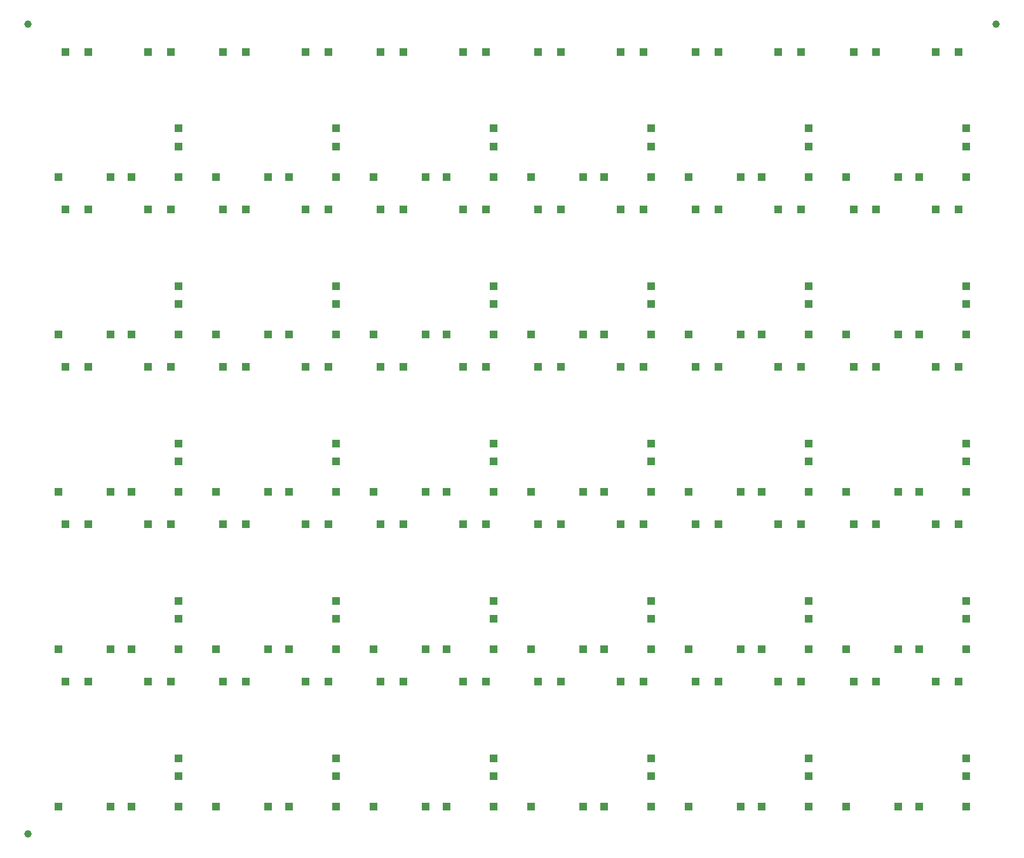
<source format=gbr>
%TF.GenerationSoftware,KiCad,Pcbnew,(6.0.8)*%
%TF.CreationDate,2022-11-05T12:28:45+05:30*%
%TF.ProjectId,panelized,70616e65-6c69-47a6-9564-2e6b69636164,rev?*%
%TF.SameCoordinates,Original*%
%TF.FileFunction,Soldermask,Bot*%
%TF.FilePolarity,Negative*%
%FSLAX46Y46*%
G04 Gerber Fmt 4.6, Leading zero omitted, Abs format (unit mm)*
G04 Created by KiCad (PCBNEW (6.0.8)) date 2022-11-05 12:28:45*
%MOMM*%
%LPD*%
G01*
G04 APERTURE LIST*
%ADD10C,1.000000*%
%ADD11R,1.000000X1.000000*%
G04 APERTURE END LIST*
D10*
%TO.C,REF\u002A\u002A*%
X17000000Y-17000000D03*
%TD*%
%TO.C,REF\u002A\u002A*%
X146000000Y-17000000D03*
%TD*%
%TO.C,REF\u002A\u002A*%
X17000000Y-125000000D03*
%TD*%
D11*
%TO.C,GND*%
X121000000Y-96290000D03*
%TD*%
%TO.C,+*%
X127000000Y-20660000D03*
%TD*%
%TO.C,+5V*%
X142000000Y-30900000D03*
%TD*%
%TO.C,GND*%
X37000000Y-75290000D03*
%TD*%
%TO.C,-*%
X67000000Y-104660000D03*
%TD*%
%TO.C,-*%
X75000000Y-83660000D03*
%TD*%
%TO.C,+*%
X57000000Y-20660000D03*
%TD*%
%TO.C,L*%
X42000000Y-100350000D03*
%TD*%
%TO.C,-*%
X96000000Y-41660000D03*
%TD*%
%TO.C,SHDN*%
X30750000Y-79350000D03*
%TD*%
%TO.C,-*%
X46000000Y-62660000D03*
%TD*%
%TO.C,MUTE*%
X49000000Y-121350000D03*
%TD*%
%TO.C,R*%
X142000000Y-58340000D03*
%TD*%
%TO.C,+*%
X106000000Y-41660000D03*
%TD*%
%TO.C,+*%
X141000000Y-83660000D03*
%TD*%
%TO.C,+5V*%
X121000000Y-114900000D03*
%TD*%
%TO.C,-*%
X117000000Y-104660000D03*
%TD*%
%TO.C,MUTE*%
X112000000Y-100350000D03*
%TD*%
%TO.C,-*%
X88000000Y-83660000D03*
%TD*%
%TO.C,+*%
X78000000Y-83660000D03*
%TD*%
%TO.C,+5V*%
X37000000Y-114900000D03*
%TD*%
%TO.C,MUTE*%
X133000000Y-79350000D03*
%TD*%
%TO.C,L*%
X126000000Y-79350000D03*
%TD*%
%TO.C,+*%
X64000000Y-62660000D03*
%TD*%
%TO.C,+5V*%
X79000000Y-72900000D03*
%TD*%
%TO.C,MUTE*%
X112000000Y-58350000D03*
%TD*%
%TO.C,SHDN*%
X72750000Y-37350000D03*
%TD*%
%TO.C,+*%
X127000000Y-62660000D03*
%TD*%
%TO.C,SHDN*%
X51750000Y-58350000D03*
%TD*%
%TO.C,GND*%
X79000000Y-117290000D03*
%TD*%
%TO.C,MUTE*%
X133000000Y-37350000D03*
%TD*%
%TO.C,SHDN*%
X30750000Y-37350000D03*
%TD*%
%TO.C,GND*%
X37000000Y-96290000D03*
%TD*%
%TO.C,+*%
X120000000Y-41660000D03*
%TD*%
%TO.C,+*%
X57000000Y-62660000D03*
%TD*%
%TO.C,MUTE*%
X49000000Y-79350000D03*
%TD*%
%TO.C,-*%
X33000000Y-41660000D03*
%TD*%
%TO.C,-*%
X117000000Y-20660000D03*
%TD*%
%TO.C,+*%
X36000000Y-20660000D03*
%TD*%
%TO.C,MUTE*%
X70000000Y-37350000D03*
%TD*%
%TO.C,GND*%
X58000000Y-75290000D03*
%TD*%
%TO.C,L*%
X105000000Y-79350000D03*
%TD*%
%TO.C,+*%
X64000000Y-41660000D03*
%TD*%
%TO.C,-*%
X130000000Y-20660000D03*
%TD*%
%TO.C,R*%
X100000000Y-79340000D03*
%TD*%
%TO.C,-*%
X96000000Y-104660000D03*
%TD*%
%TO.C,+*%
X64000000Y-20660000D03*
%TD*%
%TO.C,L*%
X84000000Y-79350000D03*
%TD*%
%TO.C,-*%
X75000000Y-20660000D03*
%TD*%
%TO.C,L*%
X42000000Y-121350000D03*
%TD*%
%TO.C,SHDN*%
X93750000Y-121350000D03*
%TD*%
%TO.C,MUTE*%
X70000000Y-100350000D03*
%TD*%
%TO.C,SHDN*%
X114750000Y-58350000D03*
%TD*%
%TO.C,+*%
X106000000Y-62660000D03*
%TD*%
%TO.C,MUTE*%
X49000000Y-37350000D03*
%TD*%
%TO.C,GND*%
X58000000Y-96290000D03*
%TD*%
%TO.C,-*%
X54000000Y-104660000D03*
%TD*%
%TO.C,R*%
X142000000Y-100340000D03*
%TD*%
%TO.C,+5V*%
X58000000Y-93900000D03*
%TD*%
%TO.C,+*%
X22000000Y-20660000D03*
%TD*%
%TO.C,-*%
X130000000Y-41660000D03*
%TD*%
%TO.C,+*%
X127000000Y-83660000D03*
%TD*%
%TO.C,R*%
X100000000Y-58340000D03*
%TD*%
%TO.C,+*%
X43000000Y-20660000D03*
%TD*%
%TO.C,+5V*%
X100000000Y-93900000D03*
%TD*%
%TO.C,+*%
X43000000Y-104660000D03*
%TD*%
%TO.C,GND*%
X37000000Y-33290000D03*
%TD*%
%TO.C,L*%
X126000000Y-58350000D03*
%TD*%
%TO.C,-*%
X109000000Y-20660000D03*
%TD*%
%TO.C,L*%
X105000000Y-58350000D03*
%TD*%
%TO.C,-*%
X67000000Y-62660000D03*
%TD*%
%TO.C,-*%
X54000000Y-62660000D03*
%TD*%
%TO.C,L*%
X84000000Y-100350000D03*
%TD*%
%TO.C,-*%
X130000000Y-62660000D03*
%TD*%
%TO.C,GND*%
X58000000Y-33290000D03*
%TD*%
%TO.C,-*%
X109000000Y-83660000D03*
%TD*%
%TO.C,R*%
X121000000Y-100340000D03*
%TD*%
%TO.C,R*%
X121000000Y-37340000D03*
%TD*%
%TO.C,R*%
X79000000Y-37340000D03*
%TD*%
%TO.C,+*%
X85000000Y-83660000D03*
%TD*%
%TO.C,+*%
X99000000Y-62660000D03*
%TD*%
%TO.C,+*%
X22000000Y-104660000D03*
%TD*%
%TO.C,-*%
X88000000Y-62660000D03*
%TD*%
%TO.C,+*%
X43000000Y-41660000D03*
%TD*%
%TO.C,L*%
X84000000Y-58350000D03*
%TD*%
%TO.C,+5V*%
X79000000Y-51900000D03*
%TD*%
%TO.C,R*%
X142000000Y-121340000D03*
%TD*%
%TO.C,-*%
X75000000Y-104660000D03*
%TD*%
%TO.C,MUTE*%
X28000000Y-58350000D03*
%TD*%
%TO.C,-*%
X25000000Y-62660000D03*
%TD*%
%TO.C,L*%
X21000000Y-121350000D03*
%TD*%
%TO.C,R*%
X79000000Y-100340000D03*
%TD*%
%TO.C,L*%
X105000000Y-121350000D03*
%TD*%
%TO.C,GND*%
X100000000Y-54290000D03*
%TD*%
%TO.C,+5V*%
X37000000Y-30900000D03*
%TD*%
%TO.C,SHDN*%
X93750000Y-58350000D03*
%TD*%
%TO.C,R*%
X58000000Y-37340000D03*
%TD*%
%TO.C,GND*%
X100000000Y-117290000D03*
%TD*%
%TO.C,R*%
X58000000Y-121340000D03*
%TD*%
%TO.C,+*%
X141000000Y-41660000D03*
%TD*%
%TO.C,+*%
X22000000Y-62660000D03*
%TD*%
%TO.C,+*%
X57000000Y-41660000D03*
%TD*%
%TO.C,L*%
X63000000Y-121350000D03*
%TD*%
%TO.C,+*%
X120000000Y-83660000D03*
%TD*%
%TO.C,R*%
X100000000Y-37340000D03*
%TD*%
%TO.C,-*%
X25000000Y-104660000D03*
%TD*%
%TO.C,MUTE*%
X112000000Y-121350000D03*
%TD*%
%TO.C,L*%
X42000000Y-79350000D03*
%TD*%
%TO.C,R*%
X100000000Y-100340000D03*
%TD*%
%TO.C,SHDN*%
X114750000Y-79350000D03*
%TD*%
%TO.C,+*%
X127000000Y-41660000D03*
%TD*%
%TO.C,MUTE*%
X91000000Y-79350000D03*
%TD*%
%TO.C,-*%
X67000000Y-20660000D03*
%TD*%
%TO.C,MUTE*%
X28000000Y-121350000D03*
%TD*%
%TO.C,GND*%
X58000000Y-117290000D03*
%TD*%
%TO.C,-*%
X117000000Y-62660000D03*
%TD*%
%TO.C,R*%
X37000000Y-37340000D03*
%TD*%
%TO.C,+*%
X120000000Y-62660000D03*
%TD*%
%TO.C,+5V*%
X100000000Y-51900000D03*
%TD*%
%TO.C,-*%
X88000000Y-104660000D03*
%TD*%
%TO.C,L*%
X126000000Y-37350000D03*
%TD*%
%TO.C,+*%
X120000000Y-20660000D03*
%TD*%
%TO.C,GND*%
X121000000Y-117290000D03*
%TD*%
%TO.C,GND*%
X100000000Y-33290000D03*
%TD*%
%TO.C,GND*%
X37000000Y-54290000D03*
%TD*%
%TO.C,+5V*%
X142000000Y-51900000D03*
%TD*%
%TO.C,L*%
X63000000Y-100350000D03*
%TD*%
%TO.C,R*%
X37000000Y-58340000D03*
%TD*%
%TO.C,L*%
X105000000Y-100350000D03*
%TD*%
%TO.C,+*%
X57000000Y-104660000D03*
%TD*%
%TO.C,+5V*%
X142000000Y-93900000D03*
%TD*%
%TO.C,SHDN*%
X93750000Y-37350000D03*
%TD*%
%TO.C,+5V*%
X79000000Y-114900000D03*
%TD*%
%TO.C,R*%
X142000000Y-37340000D03*
%TD*%
%TO.C,L*%
X63000000Y-37350000D03*
%TD*%
%TO.C,+*%
X43000000Y-62660000D03*
%TD*%
%TO.C,+*%
X22000000Y-83660000D03*
%TD*%
%TO.C,-*%
X25000000Y-20660000D03*
%TD*%
%TO.C,-*%
X96000000Y-83660000D03*
%TD*%
%TO.C,MUTE*%
X49000000Y-100350000D03*
%TD*%
%TO.C,SHDN*%
X30750000Y-58350000D03*
%TD*%
%TO.C,L*%
X21000000Y-79350000D03*
%TD*%
%TO.C,+*%
X64000000Y-83660000D03*
%TD*%
%TO.C,-*%
X138000000Y-104660000D03*
%TD*%
%TO.C,+5V*%
X79000000Y-93900000D03*
%TD*%
%TO.C,+5V*%
X37000000Y-93900000D03*
%TD*%
%TO.C,MUTE*%
X70000000Y-121350000D03*
%TD*%
%TO.C,+*%
X36000000Y-104660000D03*
%TD*%
%TO.C,MUTE*%
X91000000Y-100350000D03*
%TD*%
%TO.C,MUTE*%
X28000000Y-100350000D03*
%TD*%
%TO.C,+5V*%
X121000000Y-30900000D03*
%TD*%
%TO.C,SHDN*%
X72750000Y-100350000D03*
%TD*%
%TO.C,SHDN*%
X30750000Y-100350000D03*
%TD*%
%TO.C,-*%
X109000000Y-41660000D03*
%TD*%
%TO.C,GND*%
X100000000Y-75290000D03*
%TD*%
%TO.C,+5V*%
X121000000Y-51900000D03*
%TD*%
%TO.C,+*%
X78000000Y-20660000D03*
%TD*%
%TO.C,MUTE*%
X28000000Y-37350000D03*
%TD*%
%TO.C,-*%
X75000000Y-41660000D03*
%TD*%
%TO.C,R*%
X37000000Y-79340000D03*
%TD*%
%TO.C,GND*%
X121000000Y-54290000D03*
%TD*%
%TO.C,-*%
X138000000Y-62660000D03*
%TD*%
%TO.C,+5V*%
X79000000Y-30900000D03*
%TD*%
%TO.C,SHDN*%
X135750000Y-58350000D03*
%TD*%
%TO.C,-*%
X96000000Y-20660000D03*
%TD*%
%TO.C,+*%
X78000000Y-41660000D03*
%TD*%
%TO.C,+*%
X43000000Y-83660000D03*
%TD*%
%TO.C,SHDN*%
X30750000Y-121350000D03*
%TD*%
%TO.C,SHDN*%
X93750000Y-79350000D03*
%TD*%
%TO.C,-*%
X117000000Y-41660000D03*
%TD*%
%TO.C,+*%
X22000000Y-41660000D03*
%TD*%
%TO.C,-*%
X54000000Y-83660000D03*
%TD*%
%TO.C,+*%
X106000000Y-83660000D03*
%TD*%
%TO.C,+*%
X99000000Y-41660000D03*
%TD*%
%TO.C,L*%
X63000000Y-79350000D03*
%TD*%
%TO.C,R*%
X142000000Y-79340000D03*
%TD*%
%TO.C,-*%
X88000000Y-20660000D03*
%TD*%
%TO.C,+5V*%
X100000000Y-114900000D03*
%TD*%
%TO.C,R*%
X79000000Y-58340000D03*
%TD*%
%TO.C,R*%
X58000000Y-58340000D03*
%TD*%
%TO.C,MUTE*%
X112000000Y-79350000D03*
%TD*%
%TO.C,-*%
X138000000Y-83660000D03*
%TD*%
%TO.C,+*%
X141000000Y-62660000D03*
%TD*%
%TO.C,-*%
X33000000Y-104660000D03*
%TD*%
%TO.C,SHDN*%
X51750000Y-121350000D03*
%TD*%
%TO.C,+5V*%
X100000000Y-30900000D03*
%TD*%
%TO.C,+*%
X120000000Y-104660000D03*
%TD*%
%TO.C,+*%
X36000000Y-41660000D03*
%TD*%
%TO.C,L*%
X42000000Y-58350000D03*
%TD*%
%TO.C,MUTE*%
X28000000Y-79350000D03*
%TD*%
%TO.C,GND*%
X142000000Y-75290000D03*
%TD*%
%TO.C,-*%
X33000000Y-83660000D03*
%TD*%
%TO.C,+5V*%
X100000000Y-72900000D03*
%TD*%
%TO.C,L*%
X84000000Y-37350000D03*
%TD*%
%TO.C,L*%
X84000000Y-121350000D03*
%TD*%
%TO.C,GND*%
X142000000Y-117290000D03*
%TD*%
%TO.C,R*%
X37000000Y-121340000D03*
%TD*%
%TO.C,GND*%
X100000000Y-96290000D03*
%TD*%
%TO.C,-*%
X96000000Y-62660000D03*
%TD*%
%TO.C,SHDN*%
X135750000Y-100350000D03*
%TD*%
%TO.C,L*%
X21000000Y-100350000D03*
%TD*%
%TO.C,GND*%
X79000000Y-33290000D03*
%TD*%
%TO.C,-*%
X46000000Y-20660000D03*
%TD*%
%TO.C,MUTE*%
X70000000Y-58350000D03*
%TD*%
%TO.C,-*%
X75000000Y-62660000D03*
%TD*%
%TO.C,+*%
X57000000Y-83660000D03*
%TD*%
%TO.C,+5V*%
X142000000Y-114900000D03*
%TD*%
%TO.C,-*%
X54000000Y-41660000D03*
%TD*%
%TO.C,GND*%
X79000000Y-54290000D03*
%TD*%
%TO.C,+5V*%
X58000000Y-114900000D03*
%TD*%
%TO.C,SHDN*%
X51750000Y-100350000D03*
%TD*%
%TO.C,-*%
X25000000Y-41660000D03*
%TD*%
%TO.C,R*%
X79000000Y-79340000D03*
%TD*%
%TO.C,SHDN*%
X135750000Y-121350000D03*
%TD*%
%TO.C,-*%
X109000000Y-104660000D03*
%TD*%
%TO.C,GND*%
X142000000Y-54290000D03*
%TD*%
%TO.C,+*%
X99000000Y-104660000D03*
%TD*%
%TO.C,-*%
X46000000Y-41660000D03*
%TD*%
%TO.C,-*%
X138000000Y-20660000D03*
%TD*%
%TO.C,L*%
X63000000Y-58350000D03*
%TD*%
%TO.C,+5V*%
X58000000Y-72900000D03*
%TD*%
%TO.C,+5V*%
X58000000Y-51900000D03*
%TD*%
%TO.C,R*%
X121000000Y-121340000D03*
%TD*%
%TO.C,R*%
X58000000Y-100340000D03*
%TD*%
%TO.C,+*%
X99000000Y-83660000D03*
%TD*%
%TO.C,+*%
X106000000Y-104660000D03*
%TD*%
%TO.C,SHDN*%
X72750000Y-121350000D03*
%TD*%
%TO.C,+5V*%
X142000000Y-72900000D03*
%TD*%
%TO.C,+5V*%
X37000000Y-72900000D03*
%TD*%
%TO.C,MUTE*%
X133000000Y-121350000D03*
%TD*%
%TO.C,SHDN*%
X51750000Y-37350000D03*
%TD*%
%TO.C,MUTE*%
X91000000Y-121350000D03*
%TD*%
%TO.C,+*%
X106000000Y-20660000D03*
%TD*%
%TO.C,-*%
X33000000Y-62660000D03*
%TD*%
%TO.C,+*%
X85000000Y-104660000D03*
%TD*%
%TO.C,GND*%
X79000000Y-96290000D03*
%TD*%
%TO.C,L*%
X126000000Y-100350000D03*
%TD*%
%TO.C,GND*%
X121000000Y-33290000D03*
%TD*%
%TO.C,SHDN*%
X135750000Y-79350000D03*
%TD*%
%TO.C,SHDN*%
X51750000Y-79350000D03*
%TD*%
%TO.C,MUTE*%
X70000000Y-79350000D03*
%TD*%
%TO.C,L*%
X42000000Y-37350000D03*
%TD*%
%TO.C,MUTE*%
X133000000Y-58350000D03*
%TD*%
%TO.C,+*%
X141000000Y-104660000D03*
%TD*%
%TO.C,R*%
X37000000Y-100340000D03*
%TD*%
%TO.C,R*%
X58000000Y-79340000D03*
%TD*%
%TO.C,-*%
X46000000Y-83660000D03*
%TD*%
%TO.C,-*%
X130000000Y-83660000D03*
%TD*%
%TO.C,GND*%
X121000000Y-75290000D03*
%TD*%
%TO.C,+5V*%
X121000000Y-93900000D03*
%TD*%
%TO.C,+*%
X99000000Y-20660000D03*
%TD*%
%TO.C,SHDN*%
X135750000Y-37350000D03*
%TD*%
%TO.C,+*%
X64000000Y-104660000D03*
%TD*%
%TO.C,L*%
X21000000Y-37350000D03*
%TD*%
%TO.C,+*%
X127000000Y-104660000D03*
%TD*%
%TO.C,-*%
X54000000Y-20660000D03*
%TD*%
%TO.C,-*%
X117000000Y-83660000D03*
%TD*%
%TO.C,R*%
X79000000Y-121340000D03*
%TD*%
%TO.C,MUTE*%
X91000000Y-58350000D03*
%TD*%
%TO.C,SHDN*%
X114750000Y-121350000D03*
%TD*%
%TO.C,SHDN*%
X114750000Y-37350000D03*
%TD*%
%TO.C,-*%
X25000000Y-83660000D03*
%TD*%
%TO.C,-*%
X67000000Y-41660000D03*
%TD*%
%TO.C,+5V*%
X37000000Y-51900000D03*
%TD*%
%TO.C,MUTE*%
X133000000Y-100350000D03*
%TD*%
%TO.C,L*%
X126000000Y-121350000D03*
%TD*%
%TO.C,MUTE*%
X49000000Y-58350000D03*
%TD*%
%TO.C,+5V*%
X58000000Y-30900000D03*
%TD*%
%TO.C,L*%
X105000000Y-37350000D03*
%TD*%
%TO.C,SHDN*%
X72750000Y-79350000D03*
%TD*%
%TO.C,MUTE*%
X112000000Y-37350000D03*
%TD*%
%TO.C,R*%
X121000000Y-79340000D03*
%TD*%
%TO.C,GND*%
X58000000Y-54290000D03*
%TD*%
%TO.C,MUTE*%
X91000000Y-37350000D03*
%TD*%
%TO.C,-*%
X130000000Y-104660000D03*
%TD*%
%TO.C,-*%
X33000000Y-20660000D03*
%TD*%
%TO.C,+*%
X36000000Y-62660000D03*
%TD*%
%TO.C,SHDN*%
X114750000Y-100350000D03*
%TD*%
%TO.C,GND*%
X142000000Y-33290000D03*
%TD*%
%TO.C,GND*%
X79000000Y-75290000D03*
%TD*%
%TO.C,L*%
X21000000Y-58350000D03*
%TD*%
%TO.C,-*%
X88000000Y-41660000D03*
%TD*%
%TO.C,+*%
X141000000Y-20660000D03*
%TD*%
%TO.C,GND*%
X37000000Y-117290000D03*
%TD*%
%TO.C,SHDN*%
X93750000Y-100350000D03*
%TD*%
%TO.C,+5V*%
X121000000Y-72900000D03*
%TD*%
%TO.C,+*%
X36000000Y-83660000D03*
%TD*%
%TO.C,-*%
X109000000Y-62660000D03*
%TD*%
%TO.C,GND*%
X142000000Y-96290000D03*
%TD*%
%TO.C,+*%
X78000000Y-62660000D03*
%TD*%
%TO.C,+*%
X85000000Y-20660000D03*
%TD*%
%TO.C,-*%
X67000000Y-83660000D03*
%TD*%
%TO.C,-*%
X138000000Y-41660000D03*
%TD*%
%TO.C,SHDN*%
X72750000Y-58350000D03*
%TD*%
%TO.C,+*%
X78000000Y-104660000D03*
%TD*%
%TO.C,-*%
X46000000Y-104660000D03*
%TD*%
%TO.C,+*%
X85000000Y-41660000D03*
%TD*%
%TO.C,R*%
X121000000Y-58340000D03*
%TD*%
%TO.C,+*%
X85000000Y-62660000D03*
%TD*%
%TO.C,R*%
X100000000Y-121340000D03*
%TD*%
M02*

</source>
